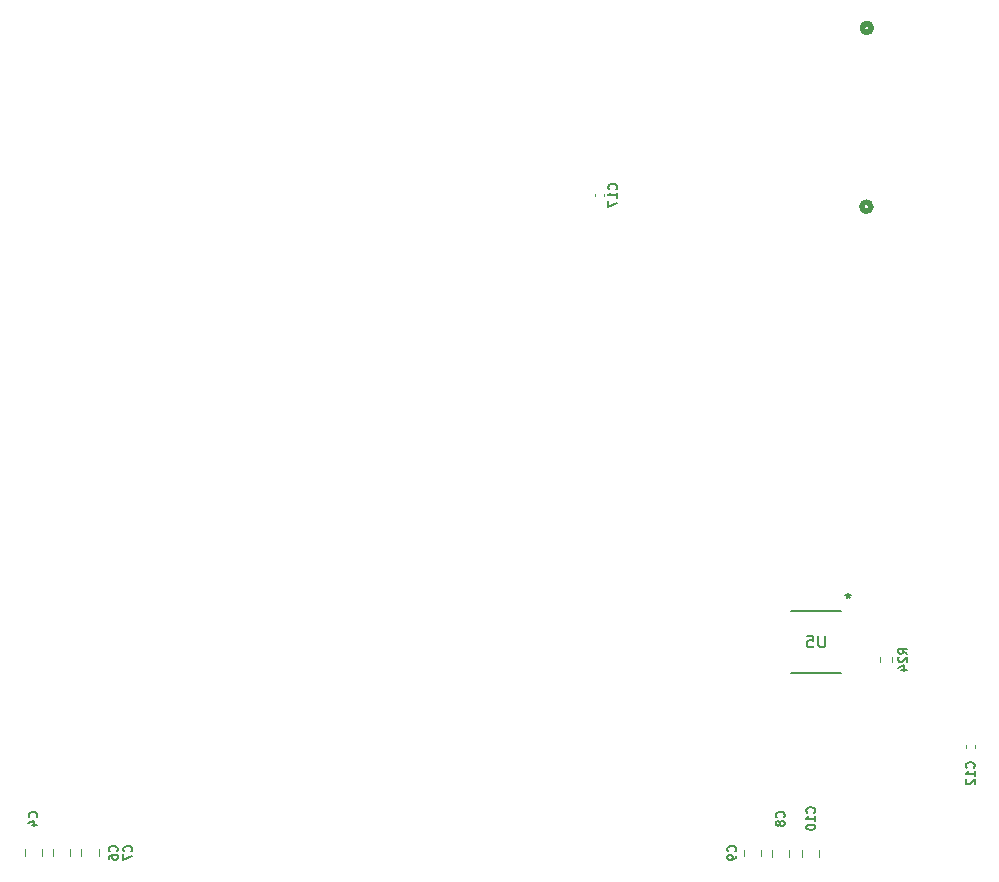
<source format=gbr>
%TF.GenerationSoftware,KiCad,Pcbnew,9.0.3*%
%TF.CreationDate,2025-09-16T13:25:35-04:00*%
%TF.ProjectId,CAEN_NEVIS_DAQ_3p3V,4341454e-5f4e-4455-9649-535f4441515f,rev?*%
%TF.SameCoordinates,Original*%
%TF.FileFunction,Legend,Bot*%
%TF.FilePolarity,Positive*%
%FSLAX46Y46*%
G04 Gerber Fmt 4.6, Leading zero omitted, Abs format (unit mm)*
G04 Created by KiCad (PCBNEW 9.0.3) date 2025-09-16 13:25:35*
%MOMM*%
%LPD*%
G01*
G04 APERTURE LIST*
%ADD10C,0.150000*%
%ADD11C,0.508000*%
%ADD12C,0.120000*%
%ADD13C,0.152400*%
G04 APERTURE END LIST*
D10*
X197792735Y-96672856D02*
X197828450Y-96637142D01*
X197828450Y-96637142D02*
X197864164Y-96529999D01*
X197864164Y-96529999D02*
X197864164Y-96458571D01*
X197864164Y-96458571D02*
X197828450Y-96351428D01*
X197828450Y-96351428D02*
X197757021Y-96279999D01*
X197757021Y-96279999D02*
X197685592Y-96244285D01*
X197685592Y-96244285D02*
X197542735Y-96208571D01*
X197542735Y-96208571D02*
X197435592Y-96208571D01*
X197435592Y-96208571D02*
X197292735Y-96244285D01*
X197292735Y-96244285D02*
X197221307Y-96279999D01*
X197221307Y-96279999D02*
X197149878Y-96351428D01*
X197149878Y-96351428D02*
X197114164Y-96458571D01*
X197114164Y-96458571D02*
X197114164Y-96529999D01*
X197114164Y-96529999D02*
X197149878Y-96637142D01*
X197149878Y-96637142D02*
X197185592Y-96672856D01*
X197864164Y-97387142D02*
X197864164Y-96958571D01*
X197864164Y-97172856D02*
X197114164Y-97172856D01*
X197114164Y-97172856D02*
X197221307Y-97101428D01*
X197221307Y-97101428D02*
X197292735Y-97029999D01*
X197292735Y-97029999D02*
X197328450Y-96958571D01*
X197114164Y-97851428D02*
X197114164Y-97922857D01*
X197114164Y-97922857D02*
X197149878Y-97994285D01*
X197149878Y-97994285D02*
X197185592Y-98030000D01*
X197185592Y-98030000D02*
X197257021Y-98065714D01*
X197257021Y-98065714D02*
X197399878Y-98101428D01*
X197399878Y-98101428D02*
X197578450Y-98101428D01*
X197578450Y-98101428D02*
X197721307Y-98065714D01*
X197721307Y-98065714D02*
X197792735Y-98030000D01*
X197792735Y-98030000D02*
X197828450Y-97994285D01*
X197828450Y-97994285D02*
X197864164Y-97922857D01*
X197864164Y-97922857D02*
X197864164Y-97851428D01*
X197864164Y-97851428D02*
X197828450Y-97780000D01*
X197828450Y-97780000D02*
X197792735Y-97744285D01*
X197792735Y-97744285D02*
X197721307Y-97708571D01*
X197721307Y-97708571D02*
X197578450Y-97672857D01*
X197578450Y-97672857D02*
X197399878Y-97672857D01*
X197399878Y-97672857D02*
X197257021Y-97708571D01*
X197257021Y-97708571D02*
X197185592Y-97744285D01*
X197185592Y-97744285D02*
X197149878Y-97780000D01*
X197149878Y-97780000D02*
X197114164Y-97851428D01*
X191122735Y-99929999D02*
X191158450Y-99894285D01*
X191158450Y-99894285D02*
X191194164Y-99787142D01*
X191194164Y-99787142D02*
X191194164Y-99715714D01*
X191194164Y-99715714D02*
X191158450Y-99608571D01*
X191158450Y-99608571D02*
X191087021Y-99537142D01*
X191087021Y-99537142D02*
X191015592Y-99501428D01*
X191015592Y-99501428D02*
X190872735Y-99465714D01*
X190872735Y-99465714D02*
X190765592Y-99465714D01*
X190765592Y-99465714D02*
X190622735Y-99501428D01*
X190622735Y-99501428D02*
X190551307Y-99537142D01*
X190551307Y-99537142D02*
X190479878Y-99608571D01*
X190479878Y-99608571D02*
X190444164Y-99715714D01*
X190444164Y-99715714D02*
X190444164Y-99787142D01*
X190444164Y-99787142D02*
X190479878Y-99894285D01*
X190479878Y-99894285D02*
X190515592Y-99929999D01*
X191194164Y-100287142D02*
X191194164Y-100429999D01*
X191194164Y-100429999D02*
X191158450Y-100501428D01*
X191158450Y-100501428D02*
X191122735Y-100537142D01*
X191122735Y-100537142D02*
X191015592Y-100608571D01*
X191015592Y-100608571D02*
X190872735Y-100644285D01*
X190872735Y-100644285D02*
X190587021Y-100644285D01*
X190587021Y-100644285D02*
X190515592Y-100608571D01*
X190515592Y-100608571D02*
X190479878Y-100572857D01*
X190479878Y-100572857D02*
X190444164Y-100501428D01*
X190444164Y-100501428D02*
X190444164Y-100358571D01*
X190444164Y-100358571D02*
X190479878Y-100287142D01*
X190479878Y-100287142D02*
X190515592Y-100251428D01*
X190515592Y-100251428D02*
X190587021Y-100215714D01*
X190587021Y-100215714D02*
X190765592Y-100215714D01*
X190765592Y-100215714D02*
X190837021Y-100251428D01*
X190837021Y-100251428D02*
X190872735Y-100287142D01*
X190872735Y-100287142D02*
X190908450Y-100358571D01*
X190908450Y-100358571D02*
X190908450Y-100501428D01*
X190908450Y-100501428D02*
X190872735Y-100572857D01*
X190872735Y-100572857D02*
X190837021Y-100608571D01*
X190837021Y-100608571D02*
X190765592Y-100644285D01*
X138757735Y-99924999D02*
X138793450Y-99889285D01*
X138793450Y-99889285D02*
X138829164Y-99782142D01*
X138829164Y-99782142D02*
X138829164Y-99710714D01*
X138829164Y-99710714D02*
X138793450Y-99603571D01*
X138793450Y-99603571D02*
X138722021Y-99532142D01*
X138722021Y-99532142D02*
X138650592Y-99496428D01*
X138650592Y-99496428D02*
X138507735Y-99460714D01*
X138507735Y-99460714D02*
X138400592Y-99460714D01*
X138400592Y-99460714D02*
X138257735Y-99496428D01*
X138257735Y-99496428D02*
X138186307Y-99532142D01*
X138186307Y-99532142D02*
X138114878Y-99603571D01*
X138114878Y-99603571D02*
X138079164Y-99710714D01*
X138079164Y-99710714D02*
X138079164Y-99782142D01*
X138079164Y-99782142D02*
X138114878Y-99889285D01*
X138114878Y-99889285D02*
X138150592Y-99924999D01*
X138079164Y-100567857D02*
X138079164Y-100424999D01*
X138079164Y-100424999D02*
X138114878Y-100353571D01*
X138114878Y-100353571D02*
X138150592Y-100317857D01*
X138150592Y-100317857D02*
X138257735Y-100246428D01*
X138257735Y-100246428D02*
X138400592Y-100210714D01*
X138400592Y-100210714D02*
X138686307Y-100210714D01*
X138686307Y-100210714D02*
X138757735Y-100246428D01*
X138757735Y-100246428D02*
X138793450Y-100282142D01*
X138793450Y-100282142D02*
X138829164Y-100353571D01*
X138829164Y-100353571D02*
X138829164Y-100496428D01*
X138829164Y-100496428D02*
X138793450Y-100567857D01*
X138793450Y-100567857D02*
X138757735Y-100603571D01*
X138757735Y-100603571D02*
X138686307Y-100639285D01*
X138686307Y-100639285D02*
X138507735Y-100639285D01*
X138507735Y-100639285D02*
X138436307Y-100603571D01*
X138436307Y-100603571D02*
X138400592Y-100567857D01*
X138400592Y-100567857D02*
X138364878Y-100496428D01*
X138364878Y-100496428D02*
X138364878Y-100353571D01*
X138364878Y-100353571D02*
X138400592Y-100282142D01*
X138400592Y-100282142D02*
X138436307Y-100246428D01*
X138436307Y-100246428D02*
X138507735Y-100210714D01*
X131957735Y-97049999D02*
X131993450Y-97014285D01*
X131993450Y-97014285D02*
X132029164Y-96907142D01*
X132029164Y-96907142D02*
X132029164Y-96835714D01*
X132029164Y-96835714D02*
X131993450Y-96728571D01*
X131993450Y-96728571D02*
X131922021Y-96657142D01*
X131922021Y-96657142D02*
X131850592Y-96621428D01*
X131850592Y-96621428D02*
X131707735Y-96585714D01*
X131707735Y-96585714D02*
X131600592Y-96585714D01*
X131600592Y-96585714D02*
X131457735Y-96621428D01*
X131457735Y-96621428D02*
X131386307Y-96657142D01*
X131386307Y-96657142D02*
X131314878Y-96728571D01*
X131314878Y-96728571D02*
X131279164Y-96835714D01*
X131279164Y-96835714D02*
X131279164Y-96907142D01*
X131279164Y-96907142D02*
X131314878Y-97014285D01*
X131314878Y-97014285D02*
X131350592Y-97049999D01*
X131529164Y-97692857D02*
X132029164Y-97692857D01*
X131243450Y-97514285D02*
X131779164Y-97335714D01*
X131779164Y-97335714D02*
X131779164Y-97799999D01*
X205664164Y-83192856D02*
X205307021Y-82942856D01*
X205664164Y-82764285D02*
X204914164Y-82764285D01*
X204914164Y-82764285D02*
X204914164Y-83049999D01*
X204914164Y-83049999D02*
X204949878Y-83121428D01*
X204949878Y-83121428D02*
X204985592Y-83157142D01*
X204985592Y-83157142D02*
X205057021Y-83192856D01*
X205057021Y-83192856D02*
X205164164Y-83192856D01*
X205164164Y-83192856D02*
X205235592Y-83157142D01*
X205235592Y-83157142D02*
X205271307Y-83121428D01*
X205271307Y-83121428D02*
X205307021Y-83049999D01*
X205307021Y-83049999D02*
X205307021Y-82764285D01*
X204985592Y-83478571D02*
X204949878Y-83514285D01*
X204949878Y-83514285D02*
X204914164Y-83585714D01*
X204914164Y-83585714D02*
X204914164Y-83764285D01*
X204914164Y-83764285D02*
X204949878Y-83835714D01*
X204949878Y-83835714D02*
X204985592Y-83871428D01*
X204985592Y-83871428D02*
X205057021Y-83907142D01*
X205057021Y-83907142D02*
X205128450Y-83907142D01*
X205128450Y-83907142D02*
X205235592Y-83871428D01*
X205235592Y-83871428D02*
X205664164Y-83442856D01*
X205664164Y-83442856D02*
X205664164Y-83907142D01*
X205164164Y-84550000D02*
X205664164Y-84550000D01*
X204878450Y-84371428D02*
X205414164Y-84192857D01*
X205414164Y-84192857D02*
X205414164Y-84657142D01*
X139987735Y-99924999D02*
X140023450Y-99889285D01*
X140023450Y-99889285D02*
X140059164Y-99782142D01*
X140059164Y-99782142D02*
X140059164Y-99710714D01*
X140059164Y-99710714D02*
X140023450Y-99603571D01*
X140023450Y-99603571D02*
X139952021Y-99532142D01*
X139952021Y-99532142D02*
X139880592Y-99496428D01*
X139880592Y-99496428D02*
X139737735Y-99460714D01*
X139737735Y-99460714D02*
X139630592Y-99460714D01*
X139630592Y-99460714D02*
X139487735Y-99496428D01*
X139487735Y-99496428D02*
X139416307Y-99532142D01*
X139416307Y-99532142D02*
X139344878Y-99603571D01*
X139344878Y-99603571D02*
X139309164Y-99710714D01*
X139309164Y-99710714D02*
X139309164Y-99782142D01*
X139309164Y-99782142D02*
X139344878Y-99889285D01*
X139344878Y-99889285D02*
X139380592Y-99924999D01*
X139309164Y-100174999D02*
X139309164Y-100674999D01*
X139309164Y-100674999D02*
X140059164Y-100353571D01*
X198721904Y-81674819D02*
X198721904Y-82484342D01*
X198721904Y-82484342D02*
X198674285Y-82579580D01*
X198674285Y-82579580D02*
X198626666Y-82627200D01*
X198626666Y-82627200D02*
X198531428Y-82674819D01*
X198531428Y-82674819D02*
X198340952Y-82674819D01*
X198340952Y-82674819D02*
X198245714Y-82627200D01*
X198245714Y-82627200D02*
X198198095Y-82579580D01*
X198198095Y-82579580D02*
X198150476Y-82484342D01*
X198150476Y-82484342D02*
X198150476Y-81674819D01*
X197198095Y-81674819D02*
X197674285Y-81674819D01*
X197674285Y-81674819D02*
X197721904Y-82151009D01*
X197721904Y-82151009D02*
X197674285Y-82103390D01*
X197674285Y-82103390D02*
X197579047Y-82055771D01*
X197579047Y-82055771D02*
X197340952Y-82055771D01*
X197340952Y-82055771D02*
X197245714Y-82103390D01*
X197245714Y-82103390D02*
X197198095Y-82151009D01*
X197198095Y-82151009D02*
X197150476Y-82246247D01*
X197150476Y-82246247D02*
X197150476Y-82484342D01*
X197150476Y-82484342D02*
X197198095Y-82579580D01*
X197198095Y-82579580D02*
X197245714Y-82627200D01*
X197245714Y-82627200D02*
X197340952Y-82674819D01*
X197340952Y-82674819D02*
X197579047Y-82674819D01*
X197579047Y-82674819D02*
X197674285Y-82627200D01*
X197674285Y-82627200D02*
X197721904Y-82579580D01*
X200677799Y-78068019D02*
X200677799Y-78306114D01*
X200915894Y-78210876D02*
X200677799Y-78306114D01*
X200677799Y-78306114D02*
X200439704Y-78210876D01*
X200820656Y-78496590D02*
X200677799Y-78306114D01*
X200677799Y-78306114D02*
X200534942Y-78496590D01*
X195232735Y-97059999D02*
X195268450Y-97024285D01*
X195268450Y-97024285D02*
X195304164Y-96917142D01*
X195304164Y-96917142D02*
X195304164Y-96845714D01*
X195304164Y-96845714D02*
X195268450Y-96738571D01*
X195268450Y-96738571D02*
X195197021Y-96667142D01*
X195197021Y-96667142D02*
X195125592Y-96631428D01*
X195125592Y-96631428D02*
X194982735Y-96595714D01*
X194982735Y-96595714D02*
X194875592Y-96595714D01*
X194875592Y-96595714D02*
X194732735Y-96631428D01*
X194732735Y-96631428D02*
X194661307Y-96667142D01*
X194661307Y-96667142D02*
X194589878Y-96738571D01*
X194589878Y-96738571D02*
X194554164Y-96845714D01*
X194554164Y-96845714D02*
X194554164Y-96917142D01*
X194554164Y-96917142D02*
X194589878Y-97024285D01*
X194589878Y-97024285D02*
X194625592Y-97059999D01*
X194875592Y-97488571D02*
X194839878Y-97417142D01*
X194839878Y-97417142D02*
X194804164Y-97381428D01*
X194804164Y-97381428D02*
X194732735Y-97345714D01*
X194732735Y-97345714D02*
X194697021Y-97345714D01*
X194697021Y-97345714D02*
X194625592Y-97381428D01*
X194625592Y-97381428D02*
X194589878Y-97417142D01*
X194589878Y-97417142D02*
X194554164Y-97488571D01*
X194554164Y-97488571D02*
X194554164Y-97631428D01*
X194554164Y-97631428D02*
X194589878Y-97702857D01*
X194589878Y-97702857D02*
X194625592Y-97738571D01*
X194625592Y-97738571D02*
X194697021Y-97774285D01*
X194697021Y-97774285D02*
X194732735Y-97774285D01*
X194732735Y-97774285D02*
X194804164Y-97738571D01*
X194804164Y-97738571D02*
X194839878Y-97702857D01*
X194839878Y-97702857D02*
X194875592Y-97631428D01*
X194875592Y-97631428D02*
X194875592Y-97488571D01*
X194875592Y-97488571D02*
X194911307Y-97417142D01*
X194911307Y-97417142D02*
X194947021Y-97381428D01*
X194947021Y-97381428D02*
X195018450Y-97345714D01*
X195018450Y-97345714D02*
X195161307Y-97345714D01*
X195161307Y-97345714D02*
X195232735Y-97381428D01*
X195232735Y-97381428D02*
X195268450Y-97417142D01*
X195268450Y-97417142D02*
X195304164Y-97488571D01*
X195304164Y-97488571D02*
X195304164Y-97631428D01*
X195304164Y-97631428D02*
X195268450Y-97702857D01*
X195268450Y-97702857D02*
X195232735Y-97738571D01*
X195232735Y-97738571D02*
X195161307Y-97774285D01*
X195161307Y-97774285D02*
X195018450Y-97774285D01*
X195018450Y-97774285D02*
X194947021Y-97738571D01*
X194947021Y-97738571D02*
X194911307Y-97702857D01*
X194911307Y-97702857D02*
X194875592Y-97631428D01*
X181027735Y-43887856D02*
X181063450Y-43852142D01*
X181063450Y-43852142D02*
X181099164Y-43744999D01*
X181099164Y-43744999D02*
X181099164Y-43673571D01*
X181099164Y-43673571D02*
X181063450Y-43566428D01*
X181063450Y-43566428D02*
X180992021Y-43494999D01*
X180992021Y-43494999D02*
X180920592Y-43459285D01*
X180920592Y-43459285D02*
X180777735Y-43423571D01*
X180777735Y-43423571D02*
X180670592Y-43423571D01*
X180670592Y-43423571D02*
X180527735Y-43459285D01*
X180527735Y-43459285D02*
X180456307Y-43494999D01*
X180456307Y-43494999D02*
X180384878Y-43566428D01*
X180384878Y-43566428D02*
X180349164Y-43673571D01*
X180349164Y-43673571D02*
X180349164Y-43744999D01*
X180349164Y-43744999D02*
X180384878Y-43852142D01*
X180384878Y-43852142D02*
X180420592Y-43887856D01*
X181099164Y-44602142D02*
X181099164Y-44173571D01*
X181099164Y-44387856D02*
X180349164Y-44387856D01*
X180349164Y-44387856D02*
X180456307Y-44316428D01*
X180456307Y-44316428D02*
X180527735Y-44244999D01*
X180527735Y-44244999D02*
X180563450Y-44173571D01*
X180349164Y-44852142D02*
X180349164Y-45352142D01*
X180349164Y-45352142D02*
X181099164Y-45030714D01*
X211320235Y-92845356D02*
X211355950Y-92809642D01*
X211355950Y-92809642D02*
X211391664Y-92702499D01*
X211391664Y-92702499D02*
X211391664Y-92631071D01*
X211391664Y-92631071D02*
X211355950Y-92523928D01*
X211355950Y-92523928D02*
X211284521Y-92452499D01*
X211284521Y-92452499D02*
X211213092Y-92416785D01*
X211213092Y-92416785D02*
X211070235Y-92381071D01*
X211070235Y-92381071D02*
X210963092Y-92381071D01*
X210963092Y-92381071D02*
X210820235Y-92416785D01*
X210820235Y-92416785D02*
X210748807Y-92452499D01*
X210748807Y-92452499D02*
X210677378Y-92523928D01*
X210677378Y-92523928D02*
X210641664Y-92631071D01*
X210641664Y-92631071D02*
X210641664Y-92702499D01*
X210641664Y-92702499D02*
X210677378Y-92809642D01*
X210677378Y-92809642D02*
X210713092Y-92845356D01*
X211391664Y-93559642D02*
X211391664Y-93131071D01*
X211391664Y-93345356D02*
X210641664Y-93345356D01*
X210641664Y-93345356D02*
X210748807Y-93273928D01*
X210748807Y-93273928D02*
X210820235Y-93202499D01*
X210820235Y-93202499D02*
X210855950Y-93131071D01*
X210713092Y-93845357D02*
X210677378Y-93881071D01*
X210677378Y-93881071D02*
X210641664Y-93952500D01*
X210641664Y-93952500D02*
X210641664Y-94131071D01*
X210641664Y-94131071D02*
X210677378Y-94202500D01*
X210677378Y-94202500D02*
X210713092Y-94238214D01*
X210713092Y-94238214D02*
X210784521Y-94273928D01*
X210784521Y-94273928D02*
X210855950Y-94273928D01*
X210855950Y-94273928D02*
X210963092Y-94238214D01*
X210963092Y-94238214D02*
X211391664Y-93809642D01*
X211391664Y-93809642D02*
X211391664Y-94273928D01*
D11*
%TO.C,P1*%
X202631000Y-30224400D02*
G75*
G02*
X201869000Y-30224400I-381000J0D01*
G01*
X201869000Y-30224400D02*
G75*
G02*
X202631000Y-30224400I381000J0D01*
G01*
%TO.C,P2*%
X202591000Y-45354400D02*
G75*
G02*
X201829000Y-45354400I-381000J0D01*
G01*
X201829000Y-45354400D02*
G75*
G02*
X202591000Y-45354400I381000J0D01*
G01*
D12*
%TO.C,C10*%
X196760000Y-99853748D02*
X196760000Y-100376252D01*
X198230000Y-99853748D02*
X198230000Y-100376252D01*
%TO.C,C9*%
X191810000Y-99793748D02*
X191810000Y-100316252D01*
X193280000Y-99793748D02*
X193280000Y-100316252D01*
%TO.C,C6*%
X133345000Y-99763748D02*
X133345000Y-100286252D01*
X134815000Y-99763748D02*
X134815000Y-100286252D01*
%TO.C,C4*%
X130935000Y-99763748D02*
X130935000Y-100286252D01*
X132405000Y-99763748D02*
X132405000Y-100286252D01*
%TO.C,R24*%
X203372500Y-83437742D02*
X203372500Y-83912258D01*
X204417500Y-83437742D02*
X204417500Y-83912258D01*
%TO.C,C7*%
X135745000Y-99773748D02*
X135745000Y-100296252D01*
X137215000Y-99773748D02*
X137215000Y-100296252D01*
D13*
%TO.C,U5*%
X195839100Y-79591100D02*
X200080900Y-79591100D01*
X200080900Y-84848900D02*
X195839100Y-84848900D01*
D12*
%TO.C,C8*%
X194230000Y-99853748D02*
X194230000Y-100376252D01*
X195700000Y-99853748D02*
X195700000Y-100376252D01*
%TO.C,C17*%
X179240000Y-44262164D02*
X179240000Y-44477836D01*
X179960000Y-44262164D02*
X179960000Y-44477836D01*
%TO.C,C12*%
X210672500Y-91145336D02*
X210672500Y-90929664D01*
X211392500Y-91145336D02*
X211392500Y-90929664D01*
%TD*%
M02*

</source>
